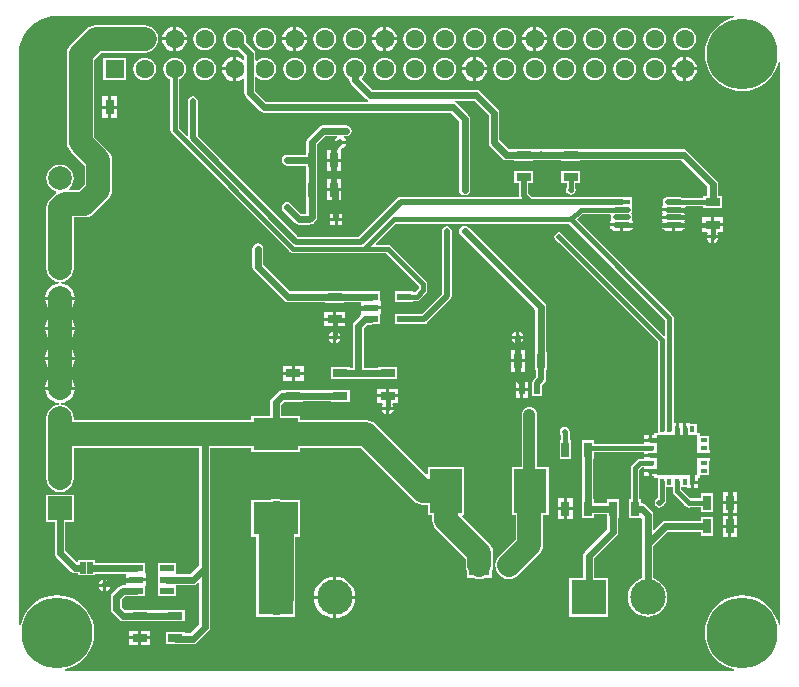
<source format=gtl>
G04*
G04 #@! TF.GenerationSoftware,Altium Limited,CircuitStudio,1.5.2 (30)*
G04*
G04 Layer_Physical_Order=1*
G04 Layer_Color=11767835*
%FSLAX25Y25*%
%MOIN*%
G70*
G01*
G75*
%ADD10R,0.05118X0.02756*%
%ADD11R,0.02756X0.05118*%
%ADD12R,0.13189X0.13189*%
%ADD13R,0.01575X0.02165*%
%ADD14R,0.02165X0.01575*%
%ADD15R,0.04803X0.02441*%
%ADD16R,0.04724X0.02362*%
%ADD17R,0.15000X0.11000*%
%ADD18R,0.01929X0.01772*%
%ADD19R,0.01969X0.03937*%
G04:AMPARAMS|DCode=20|XSize=57.09mil|YSize=17.72mil|CornerRadius=4.43mil|HoleSize=0mil|Usage=FLASHONLY|Rotation=0.000|XOffset=0mil|YOffset=0mil|HoleType=Round|Shape=RoundedRectangle|*
%AMROUNDEDRECTD20*
21,1,0.05709,0.00886,0,0,0.0*
21,1,0.04823,0.01772,0,0,0.0*
1,1,0.00886,0.02411,-0.00443*
1,1,0.00886,-0.02411,-0.00443*
1,1,0.00886,-0.02411,0.00443*
1,1,0.00886,0.02411,0.00443*
%
%ADD20ROUNDEDRECTD20*%
%ADD21R,0.05709X0.01772*%
%ADD22R,0.11000X0.15000*%
%ADD23R,0.01969X0.03150*%
%ADD24C,0.02362*%
%ADD25C,0.01575*%
%ADD26C,0.01969*%
%ADD27C,0.07874*%
%ADD28C,0.02000*%
%ADD29C,0.03937*%
%ADD30C,0.11811*%
%ADD31C,0.02362*%
%ADD32C,0.11811*%
%ADD33R,0.11811X0.11811*%
%ADD34C,0.07874*%
%ADD35R,0.07874X0.07874*%
%ADD36C,0.23622*%
%ADD37C,0.06299*%
%ADD38R,0.06299X0.06299*%
%ADD39R,0.07087X0.07087*%
%ADD40C,0.07087*%
%ADD41C,0.01969*%
G36*
X557603Y787851D02*
X556279Y787533D01*
X554474Y786785D01*
X552808Y785765D01*
X551323Y784496D01*
X550054Y783010D01*
X549033Y781345D01*
X548286Y779540D01*
X547830Y777640D01*
X547677Y775693D01*
X547830Y773745D01*
X548286Y771846D01*
X549033Y770041D01*
X550054Y768375D01*
X551323Y766890D01*
X552808Y765621D01*
X554474Y764600D01*
X556279Y763853D01*
X558179Y763397D01*
X560126Y763243D01*
X562074Y763397D01*
X563973Y763853D01*
X565778Y764600D01*
X567444Y765621D01*
X568929Y766890D01*
X570198Y768375D01*
X571218Y770041D01*
X571966Y771846D01*
X572284Y773170D01*
X572784Y773111D01*
Y585362D01*
X572284Y585302D01*
X571966Y586627D01*
X571218Y588431D01*
X570198Y590097D01*
X568929Y591583D01*
X567444Y592851D01*
X565778Y593872D01*
X563973Y594620D01*
X562074Y595076D01*
X560126Y595229D01*
X558179Y595076D01*
X556279Y594620D01*
X554474Y593872D01*
X552808Y592851D01*
X551323Y591583D01*
X550054Y590097D01*
X549033Y588431D01*
X548286Y586627D01*
X547830Y584727D01*
X547677Y582780D01*
X547830Y580832D01*
X548286Y578932D01*
X549033Y577128D01*
X550054Y575462D01*
X551323Y573977D01*
X552808Y572708D01*
X554474Y571687D01*
X556279Y570939D01*
X557603Y570622D01*
X557544Y570122D01*
X334362D01*
X334302Y570622D01*
X335627Y570939D01*
X337431Y571687D01*
X339097Y572708D01*
X340583Y573977D01*
X341851Y575462D01*
X342872Y577128D01*
X343620Y578932D01*
X344076Y580832D01*
X344229Y582780D01*
X344076Y584727D01*
X343620Y586627D01*
X342872Y588431D01*
X341851Y590097D01*
X340583Y591583D01*
X339097Y592851D01*
X337431Y593872D01*
X335627Y594620D01*
X333727Y595076D01*
X331780Y595229D01*
X329832Y595076D01*
X327933Y594620D01*
X326128Y593872D01*
X324462Y592851D01*
X322976Y591583D01*
X321708Y590097D01*
X320687Y588431D01*
X319939Y586627D01*
X319621Y585302D01*
X319122Y585362D01*
Y775693D01*
X319114Y775731D01*
X319267Y777675D01*
X319731Y779608D01*
X320492Y781444D01*
X321530Y783139D01*
X322821Y784651D01*
X324333Y785942D01*
X326028Y786981D01*
X327865Y787741D01*
X329798Y788205D01*
X331291Y788323D01*
X331780Y788351D01*
Y788351D01*
X331780Y788351D01*
X557544D01*
X557603Y787851D01*
D02*
G37*
%LPC*%
G36*
X439866Y690547D02*
X436504D01*
X433142D01*
Y688866D01*
X433142Y688866D01*
X432921Y688458D01*
X430889Y686426D01*
X430496Y685837D01*
X430357Y685142D01*
Y671013D01*
X429427D01*
Y671175D01*
X423109D01*
Y667219D01*
X429427D01*
Y667381D01*
X438857D01*
Y667219D01*
X445175D01*
Y671175D01*
X438857D01*
Y671013D01*
X433989D01*
Y684389D01*
X435091Y685491D01*
X436504D01*
X436679Y685526D01*
X439466D01*
Y688866D01*
X439866D01*
Y690547D01*
D02*
G37*
G36*
X485020Y676890D02*
X483142D01*
Y673831D01*
X485020D01*
Y676890D01*
D02*
G37*
G36*
Y672831D02*
X483142D01*
Y669772D01*
X485020D01*
Y672831D01*
D02*
G37*
G36*
X487898D02*
X486020D01*
Y669772D01*
X487898D01*
Y672831D01*
D02*
G37*
G36*
Y676890D02*
X486020D01*
Y673831D01*
X487898D01*
Y676890D01*
D02*
G37*
G36*
X423799Y680705D02*
X422376D01*
X422430Y680431D01*
X422869Y679774D01*
X423525Y679336D01*
X423799Y679281D01*
Y680705D01*
D02*
G37*
G36*
X426223D02*
X424799D01*
Y679281D01*
X425073Y679336D01*
X425730Y679774D01*
X426168Y680431D01*
X426223Y680705D01*
D02*
G37*
G36*
X484823D02*
X483399D01*
X483454Y680431D01*
X483892Y679774D01*
X484549Y679336D01*
X484823Y679281D01*
Y680705D01*
D02*
G37*
G36*
X337678Y683736D02*
X332764D01*
X327850D01*
X327954Y682947D01*
X328451Y681746D01*
X329243Y680715D01*
X330274Y679924D01*
X331280Y679507D01*
Y678966D01*
X330274Y678549D01*
X329243Y677757D01*
X328451Y676726D01*
X327954Y675525D01*
X327850Y674736D01*
X332764D01*
X337678D01*
X337574Y675525D01*
X337076Y676726D01*
X336285Y677757D01*
X335254Y678549D01*
X334247Y678966D01*
Y679507D01*
X335254Y679924D01*
X336285Y680715D01*
X337076Y681746D01*
X337574Y682947D01*
X337678Y683736D01*
D02*
G37*
G36*
X414079Y671575D02*
X411020D01*
Y669697D01*
X414079D01*
Y671575D01*
D02*
G37*
G36*
X445575Y664094D02*
X442516D01*
Y662217D01*
X445575D01*
Y664094D01*
D02*
G37*
G36*
X486201Y666260D02*
X484717D01*
Y664185D01*
X486201D01*
Y666260D01*
D02*
G37*
G36*
X467606Y718454D02*
X466911Y718316D01*
X466322Y717922D01*
X465929Y717333D01*
X465790Y716638D01*
X465929Y715943D01*
X466322Y715354D01*
X491184Y690492D01*
Y681402D01*
Y676490D01*
X491022D01*
Y670172D01*
X491582D01*
Y668094D01*
X490677Y667189D01*
X490327Y666665D01*
X490204Y666047D01*
Y663685D01*
X490235Y663529D01*
Y661510D01*
X493403D01*
Y663529D01*
X493434Y663685D01*
Y665378D01*
X494339Y666283D01*
X494689Y666807D01*
X494812Y667425D01*
Y670172D01*
X494978D01*
Y672958D01*
X495013Y673134D01*
X494978Y673309D01*
Y676490D01*
X494816D01*
Y681402D01*
Y691244D01*
X494678Y691939D01*
X494284Y692528D01*
X468890Y717922D01*
X468301Y718316D01*
X467606Y718454D01*
D02*
G37*
G36*
X441516Y664094D02*
X438457D01*
Y662217D01*
X441516D01*
Y664094D01*
D02*
G37*
G36*
X488685Y666260D02*
X487201D01*
Y664185D01*
X488685D01*
Y666260D01*
D02*
G37*
G36*
X414079Y668697D02*
X411020D01*
Y666819D01*
X414079D01*
Y668697D01*
D02*
G37*
G36*
X410020Y671575D02*
X406961D01*
Y669697D01*
X410020D01*
Y671575D01*
D02*
G37*
G36*
X337678Y673736D02*
X332764D01*
X327850D01*
X327954Y672947D01*
X328451Y671746D01*
X329243Y670715D01*
X330274Y669924D01*
X331280Y669507D01*
Y668966D01*
X330274Y668549D01*
X329243Y667757D01*
X328451Y666726D01*
X327954Y665525D01*
X327850Y664736D01*
X332764D01*
X337678D01*
X337574Y665525D01*
X337076Y666726D01*
X336285Y667757D01*
X335254Y668549D01*
X334247Y668966D01*
Y669507D01*
X335254Y669924D01*
X336285Y670715D01*
X337076Y671746D01*
X337574Y672947D01*
X337678Y673736D01*
D02*
G37*
G36*
X410020Y668697D02*
X406961D01*
Y666819D01*
X410020D01*
Y668697D01*
D02*
G37*
G36*
X549784Y714169D02*
X548360D01*
X548414Y713895D01*
X548853Y713239D01*
X549509Y712800D01*
X549784Y712746D01*
Y714169D01*
D02*
G37*
G36*
X552207D02*
X550783D01*
Y712746D01*
X551058Y712800D01*
X551714Y713239D01*
X552153Y713895D01*
X552207Y714169D01*
D02*
G37*
G36*
X461701Y718269D02*
X461076Y718145D01*
X460547Y717791D01*
X460194Y717262D01*
X460069Y716638D01*
Y695660D01*
X453348Y688938D01*
X450490D01*
Y689088D01*
X444565D01*
Y685526D01*
X450490D01*
Y685676D01*
X454024D01*
X454648Y685800D01*
X455177Y686154D01*
X462854Y693831D01*
X463208Y694360D01*
X463332Y694984D01*
Y716638D01*
X463208Y717262D01*
X462854Y717791D01*
X462325Y718145D01*
X461701Y718269D01*
D02*
G37*
G36*
X398709Y712548D02*
X398014Y712410D01*
X397425Y712016D01*
X397031Y711427D01*
X396893Y710732D01*
Y704827D01*
X397031Y704132D01*
X397425Y703543D01*
X407464Y693503D01*
X408053Y693110D01*
X408748Y692971D01*
X421140D01*
Y692809D01*
X427458D01*
Y692971D01*
X433142D01*
Y691547D01*
X436504D01*
X439866D01*
Y693228D01*
X439466D01*
Y696568D01*
X436679D01*
X436504Y696603D01*
X427458D01*
Y696765D01*
X421140D01*
Y696603D01*
X409500D01*
X400525Y705579D01*
Y710732D01*
X400386Y711427D01*
X399993Y712016D01*
X399404Y712410D01*
X398709Y712548D01*
D02*
G37*
G36*
X553842Y718303D02*
X550283D01*
X546724D01*
Y716425D01*
X548508D01*
X548736Y715925D01*
X548414Y715444D01*
X548360Y715169D01*
X552207D01*
X552153Y715444D01*
X551831Y715925D01*
X552059Y716425D01*
X553842D01*
Y718303D01*
D02*
G37*
G36*
X536791Y718205D02*
X533420D01*
X533521Y717699D01*
X533840Y717221D01*
X534317Y716903D01*
X534880Y716791D01*
X536791D01*
Y718205D01*
D02*
G37*
G36*
X541163D02*
X537791D01*
Y716791D01*
X539703D01*
X540266Y716903D01*
X540743Y717221D01*
X541062Y717699D01*
X541163Y718205D01*
D02*
G37*
G36*
X519468D02*
X516097D01*
X516198Y717699D01*
X516517Y717221D01*
X516994Y716903D01*
X517557Y716791D01*
X519468D01*
Y718205D01*
D02*
G37*
G36*
X523840D02*
X520469D01*
Y716791D01*
X522380D01*
X522943Y716903D01*
X523420Y717221D01*
X523739Y717699D01*
X523840Y718205D01*
D02*
G37*
G36*
X427858Y689685D02*
X424799D01*
Y687807D01*
X427858D01*
Y689685D01*
D02*
G37*
G36*
X424799Y683128D02*
Y681705D01*
X426223D01*
X426168Y681979D01*
X425730Y682635D01*
X425073Y683074D01*
X424799Y683128D01*
D02*
G37*
G36*
X484823D02*
X484549Y683074D01*
X483892Y682635D01*
X483454Y681979D01*
X483399Y681705D01*
X484823D01*
Y683128D01*
D02*
G37*
G36*
X487247Y680705D02*
X485823D01*
Y679281D01*
X486097Y679336D01*
X486753Y679774D01*
X487192Y680431D01*
X487247Y680705D01*
D02*
G37*
G36*
X423799Y683128D02*
X423525Y683074D01*
X422869Y682635D01*
X422430Y681979D01*
X422376Y681705D01*
X423799D01*
Y683128D01*
D02*
G37*
G36*
X485823D02*
Y681705D01*
X487247D01*
X487192Y681979D01*
X486753Y682635D01*
X486097Y683074D01*
X485823Y683128D01*
D02*
G37*
G36*
X427858Y686807D02*
X424799D01*
Y684929D01*
X427858D01*
Y686807D01*
D02*
G37*
G36*
X423799Y689685D02*
X420740D01*
Y687807D01*
X423799D01*
Y689685D01*
D02*
G37*
G36*
X337678Y693736D02*
X332764D01*
X327850D01*
X327954Y692947D01*
X328451Y691746D01*
X329243Y690715D01*
X330274Y689924D01*
X331280Y689507D01*
Y688966D01*
X330274Y688549D01*
X329243Y687757D01*
X328451Y686726D01*
X327954Y685525D01*
X327850Y684736D01*
X332764D01*
X337678D01*
X337574Y685525D01*
X337076Y686726D01*
X336285Y687757D01*
X335254Y688549D01*
X334247Y688966D01*
Y689507D01*
X335254Y689924D01*
X336285Y690715D01*
X337076Y691746D01*
X337574Y692947D01*
X337678Y693736D01*
D02*
G37*
G36*
X423799Y686807D02*
X420740D01*
Y684929D01*
X423799D01*
Y686807D01*
D02*
G37*
G36*
X347028Y600451D02*
X346753Y600397D01*
X346097Y599958D01*
X345658Y599302D01*
X345604Y599028D01*
X347028D01*
Y600451D01*
D02*
G37*
G36*
X348028D02*
Y599028D01*
X349451D01*
X349397Y599302D01*
X348958Y599958D01*
X348302Y600397D01*
X348028Y600451D01*
D02*
G37*
G36*
X347028Y598028D02*
X345604D01*
X345658Y597753D01*
X346097Y597097D01*
X346753Y596658D01*
X347028Y596604D01*
Y598028D01*
D02*
G37*
G36*
X349451D02*
X348028D01*
Y596604D01*
X348302Y596658D01*
X348958Y597097D01*
X349397Y597753D01*
X349451Y598028D01*
D02*
G37*
G36*
X489260Y658008D02*
X488589Y657920D01*
X487964Y657661D01*
X487875Y657592D01*
X487676D01*
Y657439D01*
X487428Y657249D01*
X487016Y656713D01*
X486757Y656088D01*
X486669Y655417D01*
Y638123D01*
X483429D01*
Y621923D01*
X484684D01*
Y614006D01*
X479134Y608456D01*
X478407Y607509D01*
X477950Y606405D01*
X477794Y605221D01*
X477950Y604036D01*
X478407Y602932D01*
X479134Y601985D01*
X480082Y601257D01*
X481186Y600800D01*
X482370Y600644D01*
X483555Y600800D01*
X484658Y601257D01*
X485606Y601985D01*
X492496Y608874D01*
X493223Y609822D01*
X493680Y610926D01*
X493836Y612110D01*
Y621923D01*
X495630D01*
Y638123D01*
X491851D01*
Y655417D01*
X491762Y656088D01*
X491503Y656713D01*
X491092Y657249D01*
X490844Y657439D01*
Y657592D01*
X490645D01*
X490555Y657661D01*
X489930Y657920D01*
X489260Y658008D01*
D02*
G37*
G36*
X558370Y617713D02*
X556492D01*
Y614653D01*
X558370D01*
Y617713D01*
D02*
G37*
G36*
X555492Y621772D02*
X553614D01*
Y618713D01*
X555492D01*
Y621772D01*
D02*
G37*
G36*
X337301Y628773D02*
X328227D01*
Y619699D01*
X330948D01*
Y609354D01*
X331086Y608659D01*
X331480Y608070D01*
X336401Y603149D01*
X336990Y602755D01*
X337685Y602617D01*
X338857D01*
Y601865D01*
X344387D01*
Y602420D01*
X354716D01*
Y600996D01*
X361520D01*
Y602716D01*
X361120D01*
Y606057D01*
X355117D01*
Y606052D01*
X344387D01*
Y607002D01*
X338857D01*
Y606444D01*
X338357Y606330D01*
X334580Y610107D01*
Y619699D01*
X337301D01*
Y628773D01*
D02*
G37*
G36*
X555492Y617713D02*
X553614D01*
Y614653D01*
X555492D01*
Y617713D01*
D02*
G37*
G36*
X424799Y601480D02*
Y595090D01*
X431189D01*
X431105Y595944D01*
X430710Y597246D01*
X430069Y598446D01*
X429206Y599497D01*
X428154Y600360D01*
X426955Y601001D01*
X425653Y601396D01*
X424799Y601480D01*
D02*
G37*
G36*
X358839Y583386D02*
X355780D01*
Y581508D01*
X358839D01*
Y583386D01*
D02*
G37*
G36*
X362898D02*
X359839D01*
Y581508D01*
X362898D01*
Y583386D01*
D02*
G37*
G36*
X358839Y580508D02*
X355780D01*
Y578630D01*
X358839D01*
Y580508D01*
D02*
G37*
G36*
X362898D02*
X359839D01*
Y578630D01*
X362898D01*
Y580508D01*
D02*
G37*
G36*
X423799Y594091D02*
X417410D01*
X417494Y593237D01*
X417888Y591935D01*
X418530Y590735D01*
X419393Y589684D01*
X420444Y588821D01*
X421644Y588180D01*
X422945Y587785D01*
X423799Y587701D01*
Y594091D01*
D02*
G37*
G36*
X361520Y599996D02*
X354716D01*
Y598572D01*
X353630D01*
X352935Y598434D01*
X352346Y598040D01*
X350181Y595875D01*
X349787Y595286D01*
X349649Y594591D01*
Y590654D01*
X349787Y589959D01*
X350181Y589369D01*
X352346Y587204D01*
X352935Y586810D01*
X353630Y586672D01*
X356179D01*
Y586510D01*
X362498D01*
Y586672D01*
X367991D01*
Y586510D01*
X374309D01*
Y590466D01*
X367991D01*
Y590304D01*
X362498D01*
Y590466D01*
X356179D01*
Y590304D01*
X354382D01*
X353281Y591406D01*
Y593838D01*
X354382Y594940D01*
X355117D01*
Y594935D01*
X361120D01*
Y598276D01*
X361520D01*
Y599996D01*
D02*
G37*
G36*
X423799Y601480D02*
X422945Y601396D01*
X421644Y601001D01*
X420444Y600360D01*
X419393Y599497D01*
X418530Y598446D01*
X417888Y597246D01*
X417494Y595944D01*
X417410Y595090D01*
X423799D01*
Y601480D01*
D02*
G37*
G36*
X431189Y594091D02*
X424799D01*
Y587701D01*
X425653Y587785D01*
X426955Y588180D01*
X428154Y588821D01*
X429206Y589684D01*
X430069Y590735D01*
X430710Y591935D01*
X431105Y593237D01*
X431189Y594091D01*
D02*
G37*
G36*
X404614Y627432D02*
X403339Y627307D01*
X402313Y626996D01*
X396514D01*
Y614796D01*
X398077D01*
Y594591D01*
X398109Y594271D01*
Y588085D01*
X404295D01*
X404614Y588054D01*
X404934Y588085D01*
X411120D01*
Y594271D01*
X411151Y594591D01*
Y614796D01*
X412714D01*
Y626996D01*
X406915D01*
X405890Y627307D01*
X404614Y627432D01*
D02*
G37*
G36*
X529114Y648740D02*
X527531D01*
Y647453D01*
X529114D01*
Y648740D01*
D02*
G37*
G36*
X441516Y657083D02*
X440092D01*
X440147Y656809D01*
X440585Y656152D01*
X441242Y655714D01*
X441516Y655659D01*
Y657083D01*
D02*
G37*
G36*
X529114Y636216D02*
X527531D01*
Y634929D01*
X529114D01*
Y636216D01*
D02*
G37*
G36*
X501071Y651324D02*
X500453Y651201D01*
X499929Y650851D01*
X499579Y650327D01*
X499456Y649709D01*
X499579Y649090D01*
X499853Y648680D01*
Y646962D01*
X499290D01*
Y640644D01*
X503246D01*
Y646962D01*
X502682D01*
Y649512D01*
X502665Y649601D01*
X502686Y649709D01*
X502563Y650327D01*
X502213Y650851D01*
X501689Y651201D01*
X501071Y651324D01*
D02*
G37*
G36*
X443939Y657083D02*
X442516D01*
Y655659D01*
X442790Y655714D01*
X443446Y656152D01*
X443885Y656809D01*
X443939Y657083D01*
D02*
G37*
G36*
X486201Y663185D02*
X484717D01*
Y661110D01*
X486201D01*
Y663185D01*
D02*
G37*
G36*
X488685D02*
X487201D01*
Y661110D01*
X488685D01*
Y663185D01*
D02*
G37*
G36*
X445575Y661216D02*
X442016D01*
X438457D01*
Y659339D01*
X440241D01*
X440469Y658839D01*
X440147Y658357D01*
X440092Y658083D01*
X443939D01*
X443885Y658357D01*
X443563Y658839D01*
X443791Y659339D01*
X445575D01*
Y661216D01*
D02*
G37*
G36*
X337678Y663736D02*
X332764D01*
X327850D01*
X327954Y662947D01*
X328451Y661746D01*
X329243Y660715D01*
X330274Y659924D01*
X331475Y659426D01*
X332494Y659292D01*
Y659292D01*
X332536Y658811D01*
Y658795D01*
Y658787D01*
Y658783D01*
Y658782D01*
X332494Y658777D01*
X332494D01*
X331579Y658657D01*
X330476Y658199D01*
X329528Y657472D01*
X328801Y656524D01*
X328344Y655421D01*
X328188Y654236D01*
Y649709D01*
Y644236D01*
Y634236D01*
X328344Y633052D01*
X328801Y631948D01*
X329528Y631000D01*
X330476Y630273D01*
X331579Y629816D01*
X332764Y629660D01*
X333948Y629816D01*
X335052Y630273D01*
X336000Y631000D01*
X336727Y631948D01*
X337184Y633052D01*
X337340Y634236D01*
Y644236D01*
Y644418D01*
X379176D01*
Y605185D01*
X376303Y602312D01*
X371892D01*
X371435Y602416D01*
X371435Y602816D01*
Y606057D01*
X365431D01*
Y602816D01*
X365431Y602416D01*
Y602366D01*
Y602317D01*
X365431Y601916D01*
Y599076D01*
X365431Y598676D01*
Y598626D01*
Y598576D01*
X365431Y598176D01*
Y594935D01*
X371435D01*
Y598176D01*
X371435Y598576D01*
X371892Y598680D01*
X377055D01*
X377750Y598818D01*
X378339Y599212D01*
X378714Y599587D01*
X379176Y599396D01*
Y585500D01*
X376303Y582627D01*
X374309D01*
Y582986D01*
X367991D01*
Y579030D01*
X371171D01*
X371346Y578995D01*
X377055D01*
X377750Y579133D01*
X378339Y579527D01*
X382276Y583464D01*
X382670Y584053D01*
X382808Y584748D01*
Y604433D01*
Y644418D01*
X396514D01*
Y642894D01*
X412714D01*
Y644418D01*
X432961D01*
X450591Y626788D01*
X451539Y626060D01*
X452643Y625603D01*
X453827Y625447D01*
X455331D01*
Y621923D01*
X456855D01*
Y620451D01*
X457011Y619266D01*
X457468Y618163D01*
X458195Y617215D01*
X467951Y607459D01*
Y605221D01*
X468107Y604036D01*
X468384Y603368D01*
Y601077D01*
X470675D01*
X471343Y600800D01*
X472528Y600644D01*
X473712Y600800D01*
X474380Y601077D01*
X476671D01*
Y603368D01*
X476948Y604036D01*
X477104Y605221D01*
Y609354D01*
X476948Y610539D01*
X476491Y611642D01*
X475763Y612590D01*
X466892Y621461D01*
X467084Y621923D01*
X467531D01*
Y638123D01*
X455331D01*
Y635644D01*
X454869Y635453D01*
X438092Y652230D01*
X437144Y652957D01*
X436041Y653414D01*
X434856Y653570D01*
X412714D01*
Y655094D01*
X406430D01*
Y658799D01*
X407370Y659739D01*
X413679D01*
Y659901D01*
X423109D01*
Y659739D01*
X429427D01*
Y663694D01*
X423109D01*
Y663532D01*
X413679D01*
Y663694D01*
X407361D01*
Y663532D01*
X406779D01*
X406085Y663394D01*
X405495Y663001D01*
X403330Y660835D01*
X402936Y660246D01*
X402798Y659551D01*
Y655094D01*
X396514D01*
Y653570D01*
X337340D01*
Y654236D01*
X337184Y655421D01*
X336727Y656524D01*
X336000Y657472D01*
X335052Y658199D01*
X333948Y658657D01*
X333033Y658777D01*
X333033D01*
X332992Y658782D01*
Y658783D01*
Y658787D01*
Y658795D01*
Y658811D01*
X333033Y659292D01*
X333033D01*
X333033Y659292D01*
X334053Y659426D01*
X335254Y659924D01*
X336285Y660715D01*
X337076Y661746D01*
X337574Y662947D01*
X337678Y663736D01*
D02*
G37*
G36*
X545378Y632476D02*
X544091D01*
Y630894D01*
X545378D01*
Y632476D01*
D02*
G37*
G36*
X503646Y623618D02*
X501768D01*
Y620559D01*
X503646D01*
Y623618D01*
D02*
G37*
G36*
X555492Y625587D02*
X553614D01*
Y622528D01*
X555492D01*
Y625587D01*
D02*
G37*
G36*
X558370Y621772D02*
X556492D01*
Y618713D01*
X558370D01*
Y621772D01*
D02*
G37*
G36*
X500768Y623618D02*
X498890D01*
Y620559D01*
X500768D01*
Y623618D01*
D02*
G37*
G36*
X558370Y625587D02*
X556492D01*
Y622528D01*
X558370D01*
Y625587D01*
D02*
G37*
G36*
X555492Y629646D02*
X553614D01*
Y626587D01*
X555492D01*
Y629646D01*
D02*
G37*
G36*
X558370D02*
X556492D01*
Y626587D01*
X558370D01*
Y629646D01*
D02*
G37*
G36*
X500768Y627677D02*
X498890D01*
Y624618D01*
X500768D01*
Y627677D01*
D02*
G37*
G36*
X503646D02*
X501768D01*
Y624618D01*
X503646D01*
Y627677D01*
D02*
G37*
G36*
X424350Y720075D02*
X422886D01*
Y718689D01*
X424350D01*
Y720075D01*
D02*
G37*
G36*
X415072Y780193D02*
X411453D01*
Y776573D01*
X412036Y776650D01*
X413046Y777068D01*
X413912Y777733D01*
X414577Y778600D01*
X414996Y779610D01*
X415072Y780193D01*
D02*
G37*
G36*
X440453D02*
X436833D01*
X436910Y779610D01*
X437328Y778600D01*
X437993Y777733D01*
X438860Y777068D01*
X439869Y776650D01*
X440453Y776573D01*
Y780193D01*
D02*
G37*
G36*
X375072D02*
X371453D01*
Y776573D01*
X372036Y776650D01*
X373045Y777068D01*
X373912Y777733D01*
X374577Y778600D01*
X374996Y779610D01*
X375072Y780193D01*
D02*
G37*
G36*
X410453D02*
X406833D01*
X406910Y779610D01*
X407328Y778600D01*
X407993Y777733D01*
X408860Y777068D01*
X409869Y776650D01*
X410453Y776573D01*
Y780193D01*
D02*
G37*
G36*
X445072D02*
X441453D01*
Y776573D01*
X442036Y776650D01*
X443046Y777068D01*
X443912Y777733D01*
X444577Y778600D01*
X444996Y779610D01*
X445072Y780193D01*
D02*
G37*
G36*
X380953Y784475D02*
X379974Y784346D01*
X379062Y783968D01*
X378278Y783367D01*
X377677Y782584D01*
X377300Y781672D01*
X377171Y780693D01*
X377300Y779714D01*
X377677Y778802D01*
X378278Y778019D01*
X379062Y777418D01*
X379974Y777040D01*
X380953Y776911D01*
X381932Y777040D01*
X382844Y777418D01*
X383627Y778019D01*
X384228Y778802D01*
X384606Y779714D01*
X384735Y780693D01*
X384606Y781672D01*
X384228Y782584D01*
X383627Y783367D01*
X382844Y783968D01*
X381932Y784346D01*
X380953Y784475D01*
D02*
G37*
G36*
X400953D02*
X399974Y784346D01*
X399062Y783968D01*
X398278Y783367D01*
X397677Y782584D01*
X397300Y781672D01*
X397171Y780693D01*
X397300Y779714D01*
X397677Y778802D01*
X398278Y778019D01*
X399062Y777418D01*
X399974Y777040D01*
X400953Y776911D01*
X401932Y777040D01*
X402844Y777418D01*
X403627Y778019D01*
X404228Y778802D01*
X404606Y779714D01*
X404735Y780693D01*
X404606Y781672D01*
X404228Y782584D01*
X403627Y783367D01*
X402844Y783968D01*
X401932Y784346D01*
X400953Y784475D01*
D02*
G37*
G36*
X490453Y780193D02*
X486833D01*
X486910Y779610D01*
X487328Y778600D01*
X487993Y777733D01*
X488860Y777068D01*
X489869Y776650D01*
X490453Y776573D01*
Y780193D01*
D02*
G37*
G36*
X495072D02*
X491453D01*
Y776573D01*
X492036Y776650D01*
X493046Y777068D01*
X493912Y777733D01*
X494577Y778600D01*
X494996Y779610D01*
X495072Y780193D01*
D02*
G37*
G36*
X370453D02*
X366833D01*
X366910Y779610D01*
X367328Y778600D01*
X367993Y777733D01*
X368860Y777068D01*
X369869Y776650D01*
X370453Y776573D01*
Y780193D01*
D02*
G37*
G36*
X354702Y774442D02*
X347203D01*
Y766943D01*
X354702D01*
Y774442D01*
D02*
G37*
G36*
X390453Y774813D02*
X389869Y774736D01*
X388860Y774318D01*
X387993Y773652D01*
X387328Y772786D01*
X386910Y771776D01*
X386833Y771193D01*
X390453D01*
Y774813D01*
D02*
G37*
G36*
X520953Y774475D02*
X519974Y774346D01*
X519062Y773968D01*
X518279Y773367D01*
X517677Y772584D01*
X517300Y771672D01*
X517171Y770693D01*
X517300Y769714D01*
X517677Y768802D01*
X518279Y768019D01*
X519062Y767418D01*
X519974Y767040D01*
X520953Y766911D01*
X521932Y767040D01*
X522844Y767418D01*
X523627Y768019D01*
X524228Y768802D01*
X524606Y769714D01*
X524735Y770693D01*
X524606Y771672D01*
X524228Y772584D01*
X523627Y773367D01*
X522844Y773968D01*
X521932Y774346D01*
X520953Y774475D01*
D02*
G37*
G36*
X530953D02*
X529974Y774346D01*
X529062Y773968D01*
X528278Y773367D01*
X527677Y772584D01*
X527300Y771672D01*
X527171Y770693D01*
X527300Y769714D01*
X527677Y768802D01*
X528278Y768019D01*
X529062Y767418D01*
X529974Y767040D01*
X530953Y766911D01*
X531932Y767040D01*
X532844Y767418D01*
X533627Y768019D01*
X534228Y768802D01*
X534606Y769714D01*
X534735Y770693D01*
X534606Y771672D01*
X534228Y772584D01*
X533627Y773367D01*
X532844Y773968D01*
X531932Y774346D01*
X530953Y774475D01*
D02*
G37*
G36*
X470453Y774813D02*
X469870Y774736D01*
X468860Y774318D01*
X467993Y773652D01*
X467328Y772786D01*
X466910Y771776D01*
X466833Y771193D01*
X470453D01*
Y774813D01*
D02*
G37*
G36*
X541453D02*
Y771193D01*
X545072D01*
X544996Y771776D01*
X544577Y772786D01*
X543912Y773652D01*
X543046Y774318D01*
X542036Y774736D01*
X541453Y774813D01*
D02*
G37*
G36*
X390953Y784475D02*
X389974Y784346D01*
X389062Y783968D01*
X388279Y783367D01*
X387678Y782584D01*
X387300Y781672D01*
X387171Y780693D01*
X387300Y779714D01*
X387678Y778802D01*
X388279Y778019D01*
X389062Y777418D01*
X389974Y777040D01*
X390953Y776911D01*
X391932Y777040D01*
X392007Y777071D01*
X394206Y774871D01*
Y774057D01*
X393706Y773811D01*
X393045Y774318D01*
X392036Y774736D01*
X391453Y774813D01*
Y770693D01*
Y766573D01*
X392036Y766650D01*
X393045Y767068D01*
X393706Y767575D01*
X394206Y767329D01*
Y762632D01*
X394344Y761937D01*
X394738Y761347D01*
X399393Y756692D01*
X399982Y756299D01*
X400677Y756160D01*
X462917D01*
X465790Y753287D01*
Y730417D01*
X465929Y729722D01*
X466322Y729133D01*
X466911Y728740D01*
X467606Y728601D01*
X468301Y728740D01*
X468890Y729133D01*
X469284Y729722D01*
X469422Y730417D01*
Y754039D01*
X469284Y754734D01*
X468890Y755324D01*
X464953Y759261D01*
X464449Y759597D01*
X464492Y759991D01*
X464532Y760097D01*
X470791D01*
X475633Y755256D01*
Y746165D01*
X475771Y745470D01*
X476165Y744881D01*
X480299Y740747D01*
X480888Y740354D01*
X481583Y740215D01*
X484132D01*
Y740054D01*
X490450D01*
Y740215D01*
X499880D01*
Y740054D01*
X506198D01*
Y740215D01*
X539886D01*
X548467Y731634D01*
Y728261D01*
X547124D01*
Y727797D01*
X540126D01*
X540110Y727807D01*
X539703Y727888D01*
X534880D01*
X534473Y727807D01*
X534128Y727577D01*
X533897Y727232D01*
X533817Y726825D01*
Y725939D01*
X533897Y725532D01*
X533854Y725316D01*
X533840Y725306D01*
X533521Y724829D01*
X533420Y724323D01*
X541163D01*
X541134Y724467D01*
X541525Y724967D01*
X547124D01*
Y724305D01*
X553442D01*
Y728261D01*
X552099D01*
Y732386D01*
X551961Y733081D01*
X551568Y733670D01*
X541922Y743316D01*
X541333Y743709D01*
X540638Y743848D01*
X506198D01*
Y744009D01*
X499880D01*
Y743848D01*
X490450D01*
Y744009D01*
X484132D01*
Y743848D01*
X482335D01*
X479265Y746918D01*
Y756008D01*
X479127Y756703D01*
X478733Y757292D01*
X472827Y763198D01*
X472238Y763591D01*
X471543Y763729D01*
X436862D01*
X433299Y767293D01*
X433331Y767792D01*
X433627Y768019D01*
X434228Y768802D01*
X434606Y769714D01*
X434735Y770693D01*
X434606Y771672D01*
X434228Y772584D01*
X433627Y773367D01*
X432844Y773968D01*
X431932Y774346D01*
X430953Y774475D01*
X429974Y774346D01*
X429062Y773968D01*
X428278Y773367D01*
X427677Y772584D01*
X427300Y771672D01*
X427171Y770693D01*
X427300Y769714D01*
X427677Y768802D01*
X428278Y768019D01*
X429062Y767418D01*
X429137Y767387D01*
Y767071D01*
X429275Y766376D01*
X429669Y765787D01*
X434826Y760629D01*
X435330Y760292D01*
X435287Y759899D01*
X435247Y759792D01*
X401429D01*
X397838Y763384D01*
Y767858D01*
X398338Y767973D01*
X399062Y767418D01*
X399974Y767040D01*
X400953Y766911D01*
X401932Y767040D01*
X402844Y767418D01*
X403627Y768019D01*
X404228Y768802D01*
X404606Y769714D01*
X404735Y770693D01*
X404606Y771672D01*
X404228Y772584D01*
X403627Y773367D01*
X402844Y773968D01*
X401932Y774346D01*
X400953Y774475D01*
X399974Y774346D01*
X399062Y773968D01*
X398338Y773413D01*
X397838Y773528D01*
Y775624D01*
X397700Y776319D01*
X397306Y776908D01*
X394575Y779639D01*
X394606Y779714D01*
X394735Y780693D01*
X394606Y781672D01*
X394228Y782584D01*
X393627Y783367D01*
X392844Y783968D01*
X391932Y784346D01*
X390953Y784475D01*
D02*
G37*
G36*
X471453Y774813D02*
Y771193D01*
X475072D01*
X474996Y771776D01*
X474577Y772786D01*
X473912Y773652D01*
X473045Y774318D01*
X472036Y774736D01*
X471453Y774813D01*
D02*
G37*
G36*
X540453D02*
X539869Y774736D01*
X538860Y774318D01*
X537993Y773652D01*
X537328Y772786D01*
X536910Y771776D01*
X536833Y771193D01*
X540453D01*
Y774813D01*
D02*
G37*
G36*
X371453Y784812D02*
Y781193D01*
X375072D01*
X374996Y781776D01*
X374577Y782786D01*
X373912Y783652D01*
X373045Y784318D01*
X372036Y784736D01*
X371453Y784812D01*
D02*
G37*
G36*
X410453D02*
X409869Y784736D01*
X408860Y784318D01*
X407993Y783652D01*
X407328Y782786D01*
X406910Y781776D01*
X406833Y781193D01*
X410453D01*
Y784812D01*
D02*
G37*
G36*
X540953Y784475D02*
X539974Y784346D01*
X539062Y783968D01*
X538278Y783367D01*
X537677Y782584D01*
X537300Y781672D01*
X537171Y780693D01*
X537300Y779714D01*
X537677Y778802D01*
X538278Y778019D01*
X539062Y777418D01*
X539974Y777040D01*
X540953Y776911D01*
X541932Y777040D01*
X542844Y777418D01*
X543627Y778019D01*
X544228Y778802D01*
X544606Y779714D01*
X544735Y780693D01*
X544606Y781672D01*
X544228Y782584D01*
X543627Y783367D01*
X542844Y783968D01*
X541932Y784346D01*
X540953Y784475D01*
D02*
G37*
G36*
X370453Y784812D02*
X369869Y784736D01*
X368860Y784318D01*
X367993Y783652D01*
X367328Y782786D01*
X366910Y781776D01*
X366833Y781193D01*
X370453D01*
Y784812D01*
D02*
G37*
G36*
X411453D02*
Y781193D01*
X415072D01*
X414996Y781776D01*
X414577Y782786D01*
X413912Y783652D01*
X413046Y784318D01*
X412036Y784736D01*
X411453Y784812D01*
D02*
G37*
G36*
X490453D02*
X489869Y784736D01*
X488860Y784318D01*
X487993Y783652D01*
X487328Y782786D01*
X486910Y781776D01*
X486833Y781193D01*
X490453D01*
Y784812D01*
D02*
G37*
G36*
X491453D02*
Y781193D01*
X495072D01*
X494996Y781776D01*
X494577Y782786D01*
X493912Y783652D01*
X493046Y784318D01*
X492036Y784736D01*
X491453Y784812D01*
D02*
G37*
G36*
X440453D02*
X439869Y784736D01*
X438860Y784318D01*
X437993Y783652D01*
X437328Y782786D01*
X436910Y781776D01*
X436833Y781193D01*
X440453D01*
Y784812D01*
D02*
G37*
G36*
X441453D02*
Y781193D01*
X445072D01*
X444996Y781776D01*
X444577Y782786D01*
X443912Y783652D01*
X443046Y784318D01*
X442036Y784736D01*
X441453Y784812D01*
D02*
G37*
G36*
X530953Y784475D02*
X529974Y784346D01*
X529062Y783968D01*
X528278Y783367D01*
X527677Y782584D01*
X527300Y781672D01*
X527171Y780693D01*
X527300Y779714D01*
X527677Y778802D01*
X528278Y778019D01*
X529062Y777418D01*
X529974Y777040D01*
X530953Y776911D01*
X531932Y777040D01*
X532844Y777418D01*
X533627Y778019D01*
X534228Y778802D01*
X534606Y779714D01*
X534735Y780693D01*
X534606Y781672D01*
X534228Y782584D01*
X533627Y783367D01*
X532844Y783968D01*
X531932Y784346D01*
X530953Y784475D01*
D02*
G37*
G36*
X450953D02*
X449974Y784346D01*
X449062Y783968D01*
X448279Y783367D01*
X447678Y782584D01*
X447300Y781672D01*
X447171Y780693D01*
X447300Y779714D01*
X447678Y778802D01*
X448279Y778019D01*
X449062Y777418D01*
X449974Y777040D01*
X450953Y776911D01*
X451932Y777040D01*
X452844Y777418D01*
X453627Y778019D01*
X454228Y778802D01*
X454606Y779714D01*
X454735Y780693D01*
X454606Y781672D01*
X454228Y782584D01*
X453627Y783367D01*
X452844Y783968D01*
X451932Y784346D01*
X450953Y784475D01*
D02*
G37*
G36*
X460953D02*
X459974Y784346D01*
X459062Y783968D01*
X458279Y783367D01*
X457678Y782584D01*
X457300Y781672D01*
X457171Y780693D01*
X457300Y779714D01*
X457678Y778802D01*
X458279Y778019D01*
X459062Y777418D01*
X459974Y777040D01*
X460953Y776911D01*
X461932Y777040D01*
X462844Y777418D01*
X463627Y778019D01*
X464228Y778802D01*
X464606Y779714D01*
X464735Y780693D01*
X464606Y781672D01*
X464228Y782584D01*
X463627Y783367D01*
X462844Y783968D01*
X461932Y784346D01*
X460953Y784475D01*
D02*
G37*
G36*
X420953D02*
X419974Y784346D01*
X419062Y783968D01*
X418279Y783367D01*
X417677Y782584D01*
X417300Y781672D01*
X417171Y780693D01*
X417300Y779714D01*
X417677Y778802D01*
X418279Y778019D01*
X419062Y777418D01*
X419974Y777040D01*
X420953Y776911D01*
X421932Y777040D01*
X422844Y777418D01*
X423627Y778019D01*
X424228Y778802D01*
X424606Y779714D01*
X424735Y780693D01*
X424606Y781672D01*
X424228Y782584D01*
X423627Y783367D01*
X422844Y783968D01*
X421932Y784346D01*
X420953Y784475D01*
D02*
G37*
G36*
X430953D02*
X429974Y784346D01*
X429062Y783968D01*
X428278Y783367D01*
X427677Y782584D01*
X427300Y781672D01*
X427171Y780693D01*
X427300Y779714D01*
X427677Y778802D01*
X428278Y778019D01*
X429062Y777418D01*
X429974Y777040D01*
X430953Y776911D01*
X431932Y777040D01*
X432844Y777418D01*
X433627Y778019D01*
X434228Y778802D01*
X434606Y779714D01*
X434735Y780693D01*
X434606Y781672D01*
X434228Y782584D01*
X433627Y783367D01*
X432844Y783968D01*
X431932Y784346D01*
X430953Y784475D01*
D02*
G37*
G36*
X470953D02*
X469974Y784346D01*
X469062Y783968D01*
X468279Y783367D01*
X467677Y782584D01*
X467300Y781672D01*
X467171Y780693D01*
X467300Y779714D01*
X467677Y778802D01*
X468279Y778019D01*
X469062Y777418D01*
X469974Y777040D01*
X470953Y776911D01*
X471932Y777040D01*
X472844Y777418D01*
X473627Y778019D01*
X474228Y778802D01*
X474606Y779714D01*
X474735Y780693D01*
X474606Y781672D01*
X474228Y782584D01*
X473627Y783367D01*
X472844Y783968D01*
X471932Y784346D01*
X470953Y784475D01*
D02*
G37*
G36*
X510953D02*
X509974Y784346D01*
X509062Y783968D01*
X508279Y783367D01*
X507678Y782584D01*
X507300Y781672D01*
X507171Y780693D01*
X507300Y779714D01*
X507678Y778802D01*
X508279Y778019D01*
X509062Y777418D01*
X509974Y777040D01*
X510953Y776911D01*
X511932Y777040D01*
X512844Y777418D01*
X513627Y778019D01*
X514228Y778802D01*
X514606Y779714D01*
X514735Y780693D01*
X514606Y781672D01*
X514228Y782584D01*
X513627Y783367D01*
X512844Y783968D01*
X511932Y784346D01*
X510953Y784475D01*
D02*
G37*
G36*
X520953D02*
X519974Y784346D01*
X519062Y783968D01*
X518279Y783367D01*
X517677Y782584D01*
X517300Y781672D01*
X517171Y780693D01*
X517300Y779714D01*
X517677Y778802D01*
X518279Y778019D01*
X519062Y777418D01*
X519974Y777040D01*
X520953Y776911D01*
X521932Y777040D01*
X522844Y777418D01*
X523627Y778019D01*
X524228Y778802D01*
X524606Y779714D01*
X524735Y780693D01*
X524606Y781672D01*
X524228Y782584D01*
X523627Y783367D01*
X522844Y783968D01*
X521932Y784346D01*
X520953Y784475D01*
D02*
G37*
G36*
X480953D02*
X479974Y784346D01*
X479062Y783968D01*
X478278Y783367D01*
X477677Y782584D01*
X477300Y781672D01*
X477171Y780693D01*
X477300Y779714D01*
X477677Y778802D01*
X478278Y778019D01*
X479062Y777418D01*
X479974Y777040D01*
X480953Y776911D01*
X481932Y777040D01*
X482844Y777418D01*
X483627Y778019D01*
X484228Y778802D01*
X484606Y779714D01*
X484735Y780693D01*
X484606Y781672D01*
X484228Y782584D01*
X483627Y783367D01*
X482844Y783968D01*
X481932Y784346D01*
X480953Y784475D01*
D02*
G37*
G36*
X500953D02*
X499974Y784346D01*
X499062Y783968D01*
X498279Y783367D01*
X497678Y782584D01*
X497300Y781672D01*
X497171Y780693D01*
X497300Y779714D01*
X497678Y778802D01*
X498279Y778019D01*
X499062Y777418D01*
X499974Y777040D01*
X500953Y776911D01*
X501932Y777040D01*
X502844Y777418D01*
X503627Y778019D01*
X504228Y778802D01*
X504606Y779714D01*
X504735Y780693D01*
X504606Y781672D01*
X504228Y782584D01*
X503627Y783367D01*
X502844Y783968D01*
X501932Y784346D01*
X500953Y784475D01*
D02*
G37*
G36*
X510953Y774475D02*
X509974Y774346D01*
X509062Y773968D01*
X508279Y773367D01*
X507678Y772584D01*
X507300Y771672D01*
X507171Y770693D01*
X507300Y769714D01*
X507678Y768802D01*
X508279Y768019D01*
X509062Y767418D01*
X509974Y767040D01*
X510953Y766911D01*
X511932Y767040D01*
X512844Y767418D01*
X513627Y768019D01*
X514228Y768802D01*
X514606Y769714D01*
X514735Y770693D01*
X514606Y771672D01*
X514228Y772584D01*
X513627Y773367D01*
X512844Y773968D01*
X511932Y774346D01*
X510953Y774475D01*
D02*
G37*
G36*
X423602Y733976D02*
X421724D01*
Y730917D01*
X423602D01*
Y733976D01*
D02*
G37*
G36*
X426480D02*
X424602D01*
Y730917D01*
X426480D01*
Y733976D01*
D02*
G37*
G36*
X506198Y736529D02*
X499880D01*
Y732573D01*
X501625D01*
Y731152D01*
X501547Y731036D01*
X501424Y730417D01*
X501547Y729799D01*
X501897Y729275D01*
X502421Y728925D01*
X503039Y728802D01*
X503657Y728925D01*
X504181Y729275D01*
X504532Y729799D01*
X504655Y730417D01*
X504532Y731036D01*
X504454Y731152D01*
Y732573D01*
X506198D01*
Y736529D01*
D02*
G37*
G36*
X360953Y785269D02*
X344654D01*
X343469Y785113D01*
X342366Y784656D01*
X341418Y783929D01*
X336418Y778929D01*
X335690Y777981D01*
X335233Y776877D01*
X335077Y775693D01*
Y746165D01*
X335233Y744981D01*
X335690Y743877D01*
X336418Y742930D01*
X340983Y738364D01*
Y732313D01*
X339008Y730338D01*
X335915D01*
X335754Y730812D01*
X336000Y731000D01*
X336727Y731948D01*
X337184Y733052D01*
X337340Y734236D01*
X337184Y735421D01*
X336727Y736524D01*
X336000Y737472D01*
X335052Y738199D01*
X333948Y738657D01*
X332764Y738812D01*
X331579Y738657D01*
X330476Y738199D01*
X329528Y737472D01*
X328801Y736524D01*
X328344Y735421D01*
X328188Y734236D01*
X328344Y733052D01*
X328801Y731948D01*
X329528Y731000D01*
X330476Y730273D01*
X331397Y729891D01*
X331505Y729410D01*
X331491Y729333D01*
X331054Y728998D01*
X329528Y727472D01*
X328801Y726524D01*
X328344Y725421D01*
X328188Y724236D01*
Y714236D01*
Y704236D01*
X328344Y703052D01*
X328801Y701948D01*
X329528Y701000D01*
X330476Y700273D01*
X331579Y699816D01*
X332494Y699696D01*
Y699695D01*
X332536Y699215D01*
Y699198D01*
Y699190D01*
Y699186D01*
Y699186D01*
X332494Y699180D01*
X332494D01*
X331475Y699046D01*
X330274Y698549D01*
X329243Y697757D01*
X328451Y696726D01*
X327954Y695525D01*
X327850Y694736D01*
X332764D01*
X337678D01*
X337574Y695525D01*
X337076Y696726D01*
X336285Y697757D01*
X335254Y698549D01*
X334053Y699046D01*
X333033Y699180D01*
X333033D01*
X332992Y699186D01*
Y699186D01*
Y699190D01*
Y699198D01*
Y699215D01*
X333033Y699695D01*
X333033D01*
X333033Y699696D01*
X333948Y699816D01*
X335052Y700273D01*
X336000Y701000D01*
X336727Y701948D01*
X337184Y703052D01*
X337340Y704236D01*
Y714236D01*
Y721186D01*
X340904D01*
X342088Y721342D01*
X343192Y721799D01*
X344140Y722526D01*
X348795Y727181D01*
X349522Y728129D01*
X349979Y729233D01*
X350135Y730417D01*
Y740260D01*
X349979Y741444D01*
X349522Y742548D01*
X349206Y742959D01*
X348795Y743496D01*
X344230Y748061D01*
Y773797D01*
X346549Y776117D01*
X360953D01*
X362137Y776273D01*
X363241Y776730D01*
X364189Y777457D01*
X364916Y778405D01*
X365373Y779508D01*
X365529Y780693D01*
X365373Y781877D01*
X364916Y782981D01*
X364189Y783929D01*
X363241Y784656D01*
X362137Y785113D01*
X360953Y785269D01*
D02*
G37*
G36*
X423602Y739760D02*
X421724D01*
Y736701D01*
X423602D01*
Y739760D01*
D02*
G37*
G36*
X428191Y745665D02*
X424344D01*
X424399Y745391D01*
X424837Y744735D01*
X425460Y744319D01*
X425464Y744282D01*
X425168Y743819D01*
X424602D01*
Y740760D01*
X426480D01*
Y743675D01*
X426480Y743819D01*
X426699Y744228D01*
X426699Y744228D01*
X427042Y744296D01*
X427698Y744735D01*
X428137Y745391D01*
X428191Y745665D01*
D02*
G37*
G36*
X428236Y751918D02*
X420362D01*
X419667Y751780D01*
X419078Y751386D01*
X415338Y747646D01*
X414944Y747057D01*
X414806Y746362D01*
Y743419D01*
X414644D01*
Y742076D01*
X408551D01*
X407856Y741938D01*
X407267Y741544D01*
X406873Y740955D01*
X406735Y740260D01*
X406873Y739565D01*
X407267Y738976D01*
X407856Y738582D01*
X408551Y738444D01*
X414644D01*
Y737101D01*
X414806D01*
Y733576D01*
X414644D01*
Y727258D01*
X414806D01*
Y722391D01*
X413240D01*
X411804Y723827D01*
X411804Y723827D01*
X409835Y725796D01*
X409246Y726190D01*
X408551Y726328D01*
X407856Y726190D01*
X407267Y725796D01*
X406873Y725207D01*
X406735Y724512D01*
X406873Y723817D01*
X407267Y723228D01*
X409236Y721259D01*
X409236Y721259D01*
X411204Y719291D01*
X411793Y718897D01*
X412488Y718759D01*
X415874D01*
X416569Y718897D01*
X416856Y719089D01*
X417439D01*
Y719571D01*
X417906Y720039D01*
X418300Y720628D01*
X418438Y721323D01*
Y727258D01*
X418600D01*
Y733576D01*
X418438D01*
Y737101D01*
X418600D01*
Y743419D01*
X418438D01*
Y745610D01*
X421114Y748286D01*
X424970D01*
X425122Y747786D01*
X424837Y747596D01*
X424399Y746940D01*
X424344Y746665D01*
X428191D01*
X428137Y746940D01*
X427698Y747596D01*
X427413Y747786D01*
X427565Y748286D01*
X428236D01*
X428931Y748425D01*
X429520Y748818D01*
X429914Y749407D01*
X430052Y750102D01*
X429914Y750797D01*
X429520Y751386D01*
X428931Y751780D01*
X428236Y751918D01*
D02*
G37*
G36*
X426480Y739760D02*
X424602D01*
Y736701D01*
X426480D01*
Y739760D01*
D02*
G37*
G36*
X423602Y743819D02*
X421724D01*
Y740760D01*
X423602D01*
Y743819D01*
D02*
G37*
G36*
X426480Y729917D02*
X424602D01*
Y726858D01*
X426480D01*
Y729917D01*
D02*
G37*
G36*
X541163Y720764D02*
X533420D01*
X533521Y720258D01*
X533704Y719984D01*
X533521Y719711D01*
X533420Y719205D01*
X541163D01*
X541062Y719711D01*
X540879Y719984D01*
X541062Y720258D01*
X541163Y720764D01*
D02*
G37*
G36*
X549784Y721181D02*
X546724D01*
Y719303D01*
X549784D01*
Y721181D01*
D02*
G37*
G36*
X426815Y720075D02*
X425350D01*
Y718689D01*
X426815D01*
Y720075D01*
D02*
G37*
G36*
X370953Y774475D02*
X369974Y774346D01*
X369062Y773968D01*
X368279Y773367D01*
X367677Y772584D01*
X367300Y771672D01*
X367171Y770693D01*
X367300Y769714D01*
X367677Y768802D01*
X368279Y768019D01*
X369062Y767418D01*
X369538Y767220D01*
Y750299D01*
X369646Y749758D01*
X369953Y749299D01*
X409519Y709732D01*
X409978Y709425D01*
X410520Y709318D01*
X441430D01*
X452412Y698335D01*
Y697539D01*
X451076Y696202D01*
X450490D01*
Y696568D01*
X444565D01*
Y693006D01*
X450490D01*
Y693373D01*
X451661D01*
X452203Y693480D01*
X452662Y693787D01*
X454827Y695953D01*
X455134Y696411D01*
X455241Y696953D01*
Y698921D01*
X455134Y699463D01*
X454827Y699922D01*
X443016Y711732D01*
X442557Y712039D01*
X442016Y712147D01*
X438210D01*
X438019Y712609D01*
X444570Y719160D01*
X502305D01*
X502421Y719082D01*
X502559Y719055D01*
X534499Y687115D01*
Y681981D01*
X533999Y681773D01*
X500622Y715150D01*
X500595Y715287D01*
X500245Y715811D01*
X499720Y716162D01*
X499102Y716285D01*
X498484Y716162D01*
X497960Y715811D01*
X497610Y715287D01*
X497487Y714669D01*
X497610Y714051D01*
X497960Y713527D01*
X498484Y713177D01*
X498622Y713150D01*
X531940Y679831D01*
Y650693D01*
X531967Y650556D01*
Y649429D01*
X530878D01*
Y648740D01*
X530114D01*
Y646953D01*
X529614D01*
Y646453D01*
X527531D01*
Y645808D01*
X510726D01*
Y646962D01*
X506770D01*
Y640644D01*
X506932D01*
Y627277D01*
X506770D01*
Y620959D01*
X510726D01*
Y622302D01*
X515038D01*
Y620959D01*
X515200D01*
Y617193D01*
X507661Y609654D01*
X507267Y609065D01*
X507129Y608370D01*
Y601096D01*
X502439D01*
Y588085D01*
X515450D01*
Y601096D01*
X510761D01*
Y607618D01*
X518300Y615157D01*
X518693Y615746D01*
X518832Y616441D01*
Y620959D01*
X518994D01*
Y627277D01*
X515038D01*
Y625934D01*
X510726D01*
Y627277D01*
X510564D01*
Y640644D01*
X510726D01*
Y642979D01*
X527531D01*
Y642335D01*
X529614D01*
Y641335D01*
X527531D01*
Y640690D01*
X526071D01*
X525529Y640583D01*
X525071Y640276D01*
X523496Y638701D01*
X523189Y638242D01*
X523081Y637701D01*
Y627277D01*
X522518D01*
Y620959D01*
X526474D01*
X526814Y620600D01*
Y612307D01*
Y600838D01*
X526128Y600630D01*
X524998Y600026D01*
X524008Y599213D01*
X523195Y598222D01*
X522590Y597092D01*
X522219Y595866D01*
X522093Y594591D01*
X522219Y593315D01*
X522590Y592089D01*
X523195Y590959D01*
X524008Y589968D01*
X524998Y589155D01*
X526128Y588551D01*
X527355Y588179D01*
X528630Y588054D01*
X529905Y588179D01*
X531132Y588551D01*
X532262Y589155D01*
X533252Y589968D01*
X534065Y590959D01*
X534669Y592089D01*
X535041Y593315D01*
X535167Y594591D01*
X535041Y595866D01*
X534669Y597092D01*
X534065Y598222D01*
X533252Y599213D01*
X532262Y600026D01*
X531132Y600630D01*
X530446Y600838D01*
Y611555D01*
X535288Y616397D01*
X546534D01*
Y615054D01*
X550490D01*
Y621372D01*
X546534D01*
Y620029D01*
X534535D01*
X533841Y619890D01*
X533251Y619497D01*
X530908Y617153D01*
X530446Y617345D01*
Y622150D01*
X530308Y622845D01*
X529914Y623434D01*
X527946Y625402D01*
X527356Y625796D01*
X526661Y625934D01*
X526474D01*
Y627277D01*
X525911D01*
Y637115D01*
X526657Y637861D01*
X527531D01*
Y637217D01*
X529614D01*
Y636717D01*
X530114D01*
Y634929D01*
X530878D01*
Y634240D01*
X531967D01*
Y633113D01*
X531940Y632976D01*
Y627573D01*
X531425Y627229D01*
X531075Y626705D01*
X530952Y626087D01*
X531075Y625468D01*
X531425Y624944D01*
X531949Y624594D01*
X532567Y624471D01*
X533185Y624594D01*
X533709Y624944D01*
X534059Y625468D01*
X534087Y625606D01*
X534355Y625874D01*
X534661Y626333D01*
X534769Y626874D01*
Y631294D01*
X537058D01*
Y630024D01*
X537165Y629482D01*
X537472Y629023D01*
X540890Y625606D01*
X540917Y625468D01*
X541267Y624944D01*
X541791Y624594D01*
X542410Y624471D01*
X543028Y624594D01*
X543144Y624672D01*
X546534D01*
Y622928D01*
X550490D01*
Y629246D01*
X546534D01*
Y627501D01*
X543144D01*
X543028Y627579D01*
X542890Y627606D01*
X539887Y630610D01*
Y631294D01*
X541803D01*
Y630894D01*
X543091D01*
Y632976D01*
X543591D01*
Y633476D01*
X545378D01*
Y634240D01*
X546067D01*
Y635329D01*
X549013D01*
Y637888D01*
Y640047D01*
X549413D01*
Y641335D01*
X547331D01*
Y642335D01*
X549413D01*
Y643622D01*
X549013D01*
Y645565D01*
Y648340D01*
X546067D01*
Y649429D01*
X544978D01*
Y652376D01*
X542819D01*
Y652776D01*
X541532D01*
Y650693D01*
X540531D01*
Y652776D01*
X538972D01*
Y650693D01*
X537972D01*
Y652776D01*
X537328D01*
Y687701D01*
X537220Y688242D01*
X536914Y688701D01*
X505040Y720575D01*
X506873Y722408D01*
X516216D01*
X516534Y721908D01*
X516494Y721707D01*
Y720821D01*
X516575Y720414D01*
X516532Y720198D01*
X516517Y720188D01*
X516198Y719711D01*
X516097Y719205D01*
X523840D01*
X523739Y719711D01*
X523420Y720188D01*
X523405Y720198D01*
X523362Y720414D01*
X523443Y720821D01*
Y721707D01*
X523362Y722114D01*
X523331Y722160D01*
X523168Y722543D01*
X523331Y722927D01*
X523362Y722973D01*
X523443Y723380D01*
Y724266D01*
X523417Y724396D01*
X523423Y724896D01*
X523423Y724896D01*
X523423Y724896D01*
Y727868D01*
X520625D01*
X520593Y727889D01*
X519969Y728013D01*
X499516D01*
X499102Y728096D01*
X498688Y728013D01*
X490034D01*
X488923Y729124D01*
Y732573D01*
X490450D01*
Y736529D01*
X484132D01*
Y732573D01*
X485660D01*
Y728449D01*
X485670Y728400D01*
X485353Y728013D01*
X462115D01*
X461701Y728096D01*
X461287Y728013D01*
X446415D01*
X445791Y727889D01*
X445261Y727535D01*
X432477Y714751D01*
X412184D01*
X378686Y748249D01*
Y759945D01*
X378562Y760569D01*
X378209Y761098D01*
X377679Y761452D01*
X377055Y761576D01*
X376431Y761452D01*
X375902Y761098D01*
X375548Y760569D01*
X375424Y759945D01*
Y748482D01*
X374962Y748291D01*
X372367Y750885D01*
Y767220D01*
X372844Y767418D01*
X373627Y768019D01*
X374228Y768802D01*
X374606Y769714D01*
X374735Y770693D01*
X374606Y771672D01*
X374228Y772584D01*
X373627Y773367D01*
X372844Y773968D01*
X371932Y774346D01*
X370953Y774475D01*
D02*
G37*
G36*
X553842Y721181D02*
X550783D01*
Y719303D01*
X553842D01*
Y721181D01*
D02*
G37*
G36*
X541163Y723323D02*
X533420D01*
X533521Y722817D01*
X533704Y722543D01*
X533521Y722270D01*
X533420Y721764D01*
X541163D01*
X541062Y722270D01*
X540879Y722543D01*
X541062Y722817D01*
X541163Y723323D01*
D02*
G37*
G36*
X423602Y729917D02*
X421724D01*
Y726858D01*
X423602D01*
Y729917D01*
D02*
G37*
G36*
X424350Y722461D02*
X422886D01*
Y721075D01*
X424350D01*
Y722461D01*
D02*
G37*
G36*
X426815D02*
X425350D01*
Y721075D01*
X426815D01*
Y722461D01*
D02*
G37*
G36*
X420953Y774475D02*
X419974Y774346D01*
X419062Y773968D01*
X418279Y773367D01*
X417677Y772584D01*
X417300Y771672D01*
X417171Y770693D01*
X417300Y769714D01*
X417677Y768802D01*
X418279Y768019D01*
X419062Y767418D01*
X419974Y767040D01*
X420953Y766911D01*
X421932Y767040D01*
X422844Y767418D01*
X423627Y768019D01*
X424228Y768802D01*
X424606Y769714D01*
X424735Y770693D01*
X424606Y771672D01*
X424228Y772584D01*
X423627Y773367D01*
X422844Y773968D01*
X421932Y774346D01*
X420953Y774475D01*
D02*
G37*
G36*
X440953D02*
X439974Y774346D01*
X439062Y773968D01*
X438278Y773367D01*
X437677Y772584D01*
X437300Y771672D01*
X437171Y770693D01*
X437300Y769714D01*
X437677Y768802D01*
X438278Y768019D01*
X439062Y767418D01*
X439974Y767040D01*
X440953Y766911D01*
X441932Y767040D01*
X442844Y767418D01*
X443627Y768019D01*
X444228Y768802D01*
X444606Y769714D01*
X444735Y770693D01*
X444606Y771672D01*
X444228Y772584D01*
X443627Y773367D01*
X442844Y773968D01*
X441932Y774346D01*
X440953Y774475D01*
D02*
G37*
G36*
X380953D02*
X379974Y774346D01*
X379062Y773968D01*
X378278Y773367D01*
X377677Y772584D01*
X377300Y771672D01*
X377171Y770693D01*
X377300Y769714D01*
X377677Y768802D01*
X378278Y768019D01*
X379062Y767418D01*
X379974Y767040D01*
X380953Y766911D01*
X381932Y767040D01*
X382844Y767418D01*
X383627Y768019D01*
X384228Y768802D01*
X384606Y769714D01*
X384735Y770693D01*
X384606Y771672D01*
X384228Y772584D01*
X383627Y773367D01*
X382844Y773968D01*
X381932Y774346D01*
X380953Y774475D01*
D02*
G37*
G36*
X410953D02*
X409974Y774346D01*
X409062Y773968D01*
X408279Y773367D01*
X407678Y772584D01*
X407300Y771672D01*
X407171Y770693D01*
X407300Y769714D01*
X407678Y768802D01*
X408279Y768019D01*
X409062Y767418D01*
X409974Y767040D01*
X410953Y766911D01*
X411932Y767040D01*
X412844Y767418D01*
X413627Y768019D01*
X414228Y768802D01*
X414606Y769714D01*
X414735Y770693D01*
X414606Y771672D01*
X414228Y772584D01*
X413627Y773367D01*
X412844Y773968D01*
X411932Y774346D01*
X410953Y774475D01*
D02*
G37*
G36*
X450953D02*
X449974Y774346D01*
X449062Y773968D01*
X448279Y773367D01*
X447678Y772584D01*
X447300Y771672D01*
X447171Y770693D01*
X447300Y769714D01*
X447678Y768802D01*
X448279Y768019D01*
X449062Y767418D01*
X449974Y767040D01*
X450953Y766911D01*
X451932Y767040D01*
X452844Y767418D01*
X453627Y768019D01*
X454228Y768802D01*
X454606Y769714D01*
X454735Y770693D01*
X454606Y771672D01*
X454228Y772584D01*
X453627Y773367D01*
X452844Y773968D01*
X451932Y774346D01*
X450953Y774475D01*
D02*
G37*
G36*
X490953D02*
X489974Y774346D01*
X489062Y773968D01*
X488278Y773367D01*
X487677Y772584D01*
X487300Y771672D01*
X487171Y770693D01*
X487300Y769714D01*
X487677Y768802D01*
X488278Y768019D01*
X489062Y767418D01*
X489974Y767040D01*
X490953Y766911D01*
X491932Y767040D01*
X492844Y767418D01*
X493627Y768019D01*
X494228Y768802D01*
X494606Y769714D01*
X494735Y770693D01*
X494606Y771672D01*
X494228Y772584D01*
X493627Y773367D01*
X492844Y773968D01*
X491932Y774346D01*
X490953Y774475D01*
D02*
G37*
G36*
X500953D02*
X499974Y774346D01*
X499062Y773968D01*
X498279Y773367D01*
X497678Y772584D01*
X497300Y771672D01*
X497171Y770693D01*
X497300Y769714D01*
X497678Y768802D01*
X498279Y768019D01*
X499062Y767418D01*
X499974Y767040D01*
X500953Y766911D01*
X501932Y767040D01*
X502844Y767418D01*
X503627Y768019D01*
X504228Y768802D01*
X504606Y769714D01*
X504735Y770693D01*
X504606Y771672D01*
X504228Y772584D01*
X503627Y773367D01*
X502844Y773968D01*
X501932Y774346D01*
X500953Y774475D01*
D02*
G37*
G36*
X460953D02*
X459974Y774346D01*
X459062Y773968D01*
X458279Y773367D01*
X457678Y772584D01*
X457300Y771672D01*
X457171Y770693D01*
X457300Y769714D01*
X457678Y768802D01*
X458279Y768019D01*
X459062Y767418D01*
X459974Y767040D01*
X460953Y766911D01*
X461932Y767040D01*
X462844Y767418D01*
X463627Y768019D01*
X464228Y768802D01*
X464606Y769714D01*
X464735Y770693D01*
X464606Y771672D01*
X464228Y772584D01*
X463627Y773367D01*
X462844Y773968D01*
X461932Y774346D01*
X460953Y774475D01*
D02*
G37*
G36*
X480953D02*
X479974Y774346D01*
X479062Y773968D01*
X478278Y773367D01*
X477677Y772584D01*
X477300Y771672D01*
X477171Y770693D01*
X477300Y769714D01*
X477677Y768802D01*
X478278Y768019D01*
X479062Y767418D01*
X479974Y767040D01*
X480953Y766911D01*
X481932Y767040D01*
X482844Y767418D01*
X483627Y768019D01*
X484228Y768802D01*
X484606Y769714D01*
X484735Y770693D01*
X484606Y771672D01*
X484228Y772584D01*
X483627Y773367D01*
X482844Y773968D01*
X481932Y774346D01*
X480953Y774475D01*
D02*
G37*
G36*
X360953D02*
X359974Y774346D01*
X359062Y773968D01*
X358278Y773367D01*
X357678Y772584D01*
X357300Y771672D01*
X357171Y770693D01*
X357300Y769714D01*
X357678Y768802D01*
X358278Y768019D01*
X359062Y767418D01*
X359974Y767040D01*
X360953Y766911D01*
X361932Y767040D01*
X362844Y767418D01*
X363627Y768019D01*
X364228Y768802D01*
X364606Y769714D01*
X364735Y770693D01*
X364606Y771672D01*
X364228Y772584D01*
X363627Y773367D01*
X362844Y773968D01*
X361932Y774346D01*
X360953Y774475D01*
D02*
G37*
G36*
X348799Y761535D02*
X346921D01*
Y758476D01*
X348799D01*
Y761535D01*
D02*
G37*
G36*
X351677D02*
X349799D01*
Y758476D01*
X351677D01*
Y761535D01*
D02*
G37*
G36*
X348799Y757476D02*
X346921D01*
Y754417D01*
X348799D01*
Y757476D01*
D02*
G37*
G36*
X351677D02*
X349799D01*
Y754417D01*
X351677D01*
Y757476D01*
D02*
G37*
G36*
X390453Y770193D02*
X386833D01*
X386910Y769610D01*
X387328Y768600D01*
X387993Y767733D01*
X388860Y767068D01*
X389869Y766650D01*
X390453Y766573D01*
Y770193D01*
D02*
G37*
G36*
X540453D02*
X536833D01*
X536910Y769610D01*
X537328Y768600D01*
X537993Y767733D01*
X538860Y767068D01*
X539869Y766650D01*
X540453Y766573D01*
Y770193D01*
D02*
G37*
G36*
X545072D02*
X541453D01*
Y766573D01*
X542036Y766650D01*
X543046Y767068D01*
X543912Y767733D01*
X544577Y768600D01*
X544996Y769610D01*
X545072Y770193D01*
D02*
G37*
G36*
X470453D02*
X466833D01*
X466910Y769610D01*
X467328Y768600D01*
X467993Y767733D01*
X468860Y767068D01*
X469870Y766650D01*
X470453Y766573D01*
Y770193D01*
D02*
G37*
G36*
X475072D02*
X471453D01*
Y766573D01*
X472036Y766650D01*
X473045Y767068D01*
X473912Y767733D01*
X474577Y768600D01*
X474996Y769610D01*
X475072Y770193D01*
D02*
G37*
%LPD*%
D10*
X424299Y687307D02*
D03*
Y694787D02*
D03*
X410520Y661717D02*
D03*
Y669197D02*
D03*
X550283Y726284D02*
D03*
Y718803D02*
D03*
X426268Y661717D02*
D03*
Y669197D02*
D03*
X442016D02*
D03*
Y661717D02*
D03*
X371150Y588488D02*
D03*
Y581008D02*
D03*
X359339D02*
D03*
Y588488D02*
D03*
X487291Y742031D02*
D03*
Y734551D02*
D03*
X503039Y742031D02*
D03*
Y734551D02*
D03*
D11*
X349299Y757976D02*
D03*
X341819D02*
D03*
X416622Y730417D02*
D03*
X424102D02*
D03*
Y740260D02*
D03*
X416622D02*
D03*
X524496Y624118D02*
D03*
X517016D02*
D03*
X548512Y626087D02*
D03*
X555992D02*
D03*
Y618213D02*
D03*
X548512D02*
D03*
X501268Y643803D02*
D03*
X508748D02*
D03*
X501268Y624118D02*
D03*
X508748D02*
D03*
X493000Y673331D02*
D03*
X485520D02*
D03*
D12*
X538472Y641835D02*
D03*
D13*
Y650693D02*
D03*
X541032D02*
D03*
X543590D02*
D03*
X535913D02*
D03*
X533354D02*
D03*
X538472Y632976D02*
D03*
X535913D02*
D03*
X533354D02*
D03*
X541032D02*
D03*
X543590D02*
D03*
D14*
X547331Y641835D02*
D03*
Y639276D02*
D03*
Y636717D02*
D03*
Y644394D02*
D03*
Y646953D02*
D03*
X529614Y636717D02*
D03*
Y639276D02*
D03*
Y646953D02*
D03*
Y644394D02*
D03*
Y641835D02*
D03*
D15*
X368433Y600496D02*
D03*
Y604236D02*
D03*
Y596756D02*
D03*
X358118D02*
D03*
Y600496D02*
D03*
Y604236D02*
D03*
D16*
X436504Y691047D02*
D03*
Y687307D02*
D03*
Y694787D02*
D03*
X447528D02*
D03*
Y687307D02*
D03*
D17*
X404614Y620896D02*
D03*
Y648994D02*
D03*
D18*
X415874Y720575D02*
D03*
X424850D02*
D03*
D19*
X340441Y604433D02*
D03*
X342803D02*
D03*
D20*
X537291Y726382D02*
D03*
Y723823D02*
D03*
Y721264D02*
D03*
Y718705D02*
D03*
X519969D02*
D03*
Y721264D02*
D03*
Y723823D02*
D03*
D21*
Y726382D02*
D03*
D22*
X489530Y630023D02*
D03*
X461431D02*
D03*
D23*
X491819Y663685D02*
D03*
X486701D02*
D03*
X489260Y655417D02*
D03*
D24*
X426268Y669197D02*
X432173D01*
X487291Y742031D02*
X503039D01*
X550185Y726382D02*
X550283Y726480D01*
X528630Y612307D02*
Y622150D01*
Y594591D02*
Y612307D01*
X534535Y618213D02*
X548512D01*
X528630Y612307D02*
X534535Y618213D01*
X508748Y624118D02*
Y643803D01*
Y624118D02*
X517016D01*
Y616441D02*
Y624118D01*
X508945Y608370D02*
X517016Y616441D01*
X508945Y594591D02*
Y608370D01*
X524496Y624118D02*
X526661D01*
X528630Y622150D01*
X493000Y681402D02*
Y691244D01*
X371150Y581008D02*
X371346Y580811D01*
X377055D01*
X380992Y584748D01*
Y604433D01*
X550283Y726480D02*
Y732386D01*
X540638Y742031D02*
X550283Y732386D01*
X503039Y742031D02*
X540638D01*
X481583D02*
X487291D01*
X477449Y746165D02*
X481583Y742031D01*
X477449Y746165D02*
Y756008D01*
X471543Y761913D02*
X477449Y756008D01*
X436110Y761913D02*
X471543D01*
X430953Y767071D02*
X436110Y761913D01*
X430953Y767071D02*
Y770693D01*
X420362Y750102D02*
X428236D01*
X416622Y746362D02*
X420362Y750102D01*
X416622Y740260D02*
Y746362D01*
X424299Y694787D02*
X436504D01*
X408748D02*
X424299D01*
X398709Y704827D02*
X408748Y694787D01*
X398709Y704827D02*
Y710732D01*
X408551Y724512D02*
X410520Y722543D01*
X410520D01*
X412488Y720575D01*
X415874D01*
X416622Y721323D01*
Y730417D01*
Y740260D01*
X408551D02*
X416622D01*
X396022Y762632D02*
X400677Y757976D01*
X396022Y762632D02*
Y775624D01*
X390953Y780693D02*
X396022Y775624D01*
X400677Y757976D02*
X463669D01*
X467606Y754039D01*
Y730417D02*
Y754039D01*
Y716638D02*
X493000Y691244D01*
Y673331D02*
Y681402D01*
Y673331D02*
X493197Y673134D01*
X432173Y669197D02*
X442016D01*
X432173D02*
Y685142D01*
X434339Y687307D01*
X436504D01*
X459732Y630023D02*
X461431D01*
X404614Y648994D02*
X404614Y648994D01*
Y659551D01*
X406779Y661717D01*
X410520D01*
X426268D01*
X404614Y620896D02*
X404614Y620895D01*
X380992Y604433D02*
Y648994D01*
X377055Y600496D02*
X380992Y604433D01*
X368433Y600496D02*
X377055D01*
X359339Y588488D02*
X371150D01*
X351465Y590654D02*
X353630Y588488D01*
X359339D01*
X351465Y590654D02*
Y594591D01*
X353630Y596756D01*
X358118D01*
X332764Y609354D02*
Y624236D01*
Y609354D02*
X337685Y604433D01*
X339653D01*
X343590Y604236D02*
X358118D01*
D25*
X503039Y720575D02*
X535913Y687701D01*
Y650693D02*
Y687701D01*
X499102Y714669D02*
X533354Y680417D01*
Y650693D02*
Y680417D01*
X501268Y643803D02*
Y649512D01*
X501071Y649709D02*
X501268Y649512D01*
X555992Y618213D02*
Y626087D01*
X547331Y641835D02*
X554220D01*
X555992Y640063D01*
Y626087D02*
Y640063D01*
X534535Y637898D02*
X538472Y641835D01*
X533354Y636717D02*
X534535Y637898D01*
X529614Y636717D02*
X533354D01*
X529614Y641835D02*
X534535D01*
Y645772D02*
X538472Y641835D01*
X533354Y646953D02*
X534535Y645772D01*
X529614Y646953D02*
X533354D01*
X539850Y643213D02*
X541032Y644394D01*
X538472Y641835D02*
X539850Y643213D01*
X541032Y644394D02*
Y650693D01*
X538472Y645772D02*
Y650693D01*
Y641835D02*
Y645772D01*
X539850Y643213D02*
X541032D01*
X542410Y641835D01*
X547331D01*
X543590Y632976D02*
Y636717D01*
X542410Y626087D02*
X548512D01*
X538472Y630024D02*
X542410Y626087D01*
X538472Y630024D02*
Y632976D01*
X532567Y626087D02*
X533354Y626874D01*
Y632976D01*
X524496Y624118D02*
Y637701D01*
X526071Y639276D01*
X529614D01*
X509339Y644394D02*
X529614D01*
X550283Y714669D02*
Y718803D01*
X442016Y657583D02*
Y661717D01*
X442016Y661717D02*
X442016Y661717D01*
X424299Y687307D02*
X424496Y687110D01*
X428236D01*
X432173Y691047D01*
X436504D01*
X424299Y681205D02*
Y687307D01*
X347528Y598528D02*
X349496Y600496D01*
X358118D01*
X447528Y694787D02*
X451661D01*
X453827Y696953D01*
Y698921D01*
X442016Y710732D02*
X453827Y698921D01*
X434142Y710732D02*
X442016D01*
X503039Y730417D02*
Y734551D01*
X370953Y750299D02*
Y770693D01*
Y750299D02*
X410520Y710732D01*
X434142D01*
X443984Y720575D01*
X503039D01*
X506287Y723823D01*
X519969D01*
Y718705D02*
X537291D01*
X546347D02*
X550185D01*
X537291D02*
X546347D01*
X543787Y721264D02*
X546347Y718705D01*
X541228Y723823D02*
X543787Y721264D01*
X537291D02*
X543787D01*
X537291Y723823D02*
X541228D01*
X550185Y718705D02*
X550283Y718803D01*
X537291Y726382D02*
X550185D01*
D26*
X424102Y744000D02*
X426268Y746165D01*
X424102Y740260D02*
Y744000D01*
X424850Y720575D02*
Y729669D01*
X424102Y730417D02*
X424850Y729669D01*
X424102Y730417D02*
Y740260D01*
X485323Y673528D02*
Y681205D01*
Y673528D02*
X485520Y673331D01*
X485323Y673134D02*
X485520Y673331D01*
X485323Y667425D02*
Y673134D01*
Y667425D02*
X486701Y666047D01*
Y663685D02*
Y666047D01*
X493197Y667425D02*
Y673134D01*
X491819Y666047D02*
X493197Y667425D01*
X491819Y663685D02*
Y666047D01*
D27*
X345559Y730417D02*
Y740260D01*
X340904Y725762D02*
X345559Y730417D01*
X334290Y725762D02*
X340904D01*
X339653Y746165D02*
Y775693D01*
X350953Y780693D02*
X360953D01*
X344654D02*
X350953D01*
X339653Y775693D02*
X344654Y780693D01*
X339653Y746165D02*
X345559Y740260D01*
X332764Y724236D02*
X334290Y725762D01*
X332764Y714236D02*
Y724236D01*
Y704236D02*
Y714236D01*
X489260Y630293D02*
X489530Y630023D01*
X489260Y629754D02*
X489530Y630023D01*
X461431Y620451D02*
Y630023D01*
Y620451D02*
X472528Y609354D01*
Y605221D02*
Y609354D01*
X434856Y648994D02*
X453827Y630023D01*
X459732D01*
X404614Y648994D02*
X434856D01*
X380992D02*
X404614D01*
X333478D02*
X380992D01*
X332764Y684236D02*
Y694236D01*
Y674236D02*
Y684236D01*
Y664236D02*
Y674236D01*
Y649709D02*
Y654236D01*
Y644236D02*
Y649709D01*
X333478Y648994D01*
X332764Y634236D02*
Y644236D01*
X489260Y612110D02*
Y629754D01*
X482370Y605221D02*
X489260Y612110D01*
D28*
X461701Y694984D02*
Y716638D01*
X454024Y687307D02*
X461701Y694984D01*
X447528Y687307D02*
X454024D01*
X446415Y726382D02*
X489358D01*
X433153Y713120D02*
X446415Y726382D01*
X411509Y713120D02*
X433153D01*
X377055Y747573D02*
X411509Y713120D01*
X377055Y747573D02*
Y759945D01*
X487291Y728449D02*
Y734551D01*
Y728449D02*
X489358Y726382D01*
X519969D01*
D29*
X489260Y630293D02*
Y655417D01*
D30*
X404614Y594591D02*
Y620895D01*
D31*
X542410Y637898D02*
D03*
X534535D02*
D03*
X538472D02*
D03*
X542410Y641835D02*
D03*
Y645772D02*
D03*
X538472D02*
D03*
X534535D02*
D03*
Y641835D02*
D03*
X538472D02*
D03*
D32*
X528630Y594591D02*
D03*
X424299D02*
D03*
D33*
X508945D02*
D03*
X404614D02*
D03*
D34*
X332764Y634236D02*
D03*
Y644236D02*
D03*
Y654236D02*
D03*
Y664236D02*
D03*
Y674236D02*
D03*
Y684236D02*
D03*
Y694236D02*
D03*
Y704236D02*
D03*
Y714236D02*
D03*
Y724236D02*
D03*
Y734236D02*
D03*
D35*
Y624236D02*
D03*
D36*
X560126Y775693D02*
D03*
X331780Y582780D02*
D03*
X560126D02*
D03*
D37*
X540953Y770693D02*
D03*
Y780693D02*
D03*
X510953Y770693D02*
D03*
Y780693D02*
D03*
X520953D02*
D03*
Y770693D02*
D03*
X530953Y780693D02*
D03*
Y770693D02*
D03*
X500953D02*
D03*
Y780693D02*
D03*
X490953Y770693D02*
D03*
Y780693D02*
D03*
X480953D02*
D03*
Y770693D02*
D03*
X420953D02*
D03*
Y780693D02*
D03*
X430953D02*
D03*
Y770693D02*
D03*
X440953Y780693D02*
D03*
Y770693D02*
D03*
X470953D02*
D03*
Y780693D02*
D03*
X460953Y770693D02*
D03*
Y780693D02*
D03*
X450953D02*
D03*
Y770693D02*
D03*
X390953D02*
D03*
Y780693D02*
D03*
X400953D02*
D03*
Y770693D02*
D03*
X410953Y780693D02*
D03*
Y770693D02*
D03*
X380953D02*
D03*
Y780693D02*
D03*
X370953Y770693D02*
D03*
Y780693D02*
D03*
X360953D02*
D03*
Y770693D02*
D03*
X350953Y780693D02*
D03*
D38*
Y770693D02*
D03*
D39*
X472528Y605221D02*
D03*
D40*
X482370D02*
D03*
D41*
X493197Y742228D02*
D03*
X501071Y649709D02*
D03*
X499102Y726480D02*
D03*
Y714669D02*
D03*
X542410Y626087D02*
D03*
X532567D02*
D03*
X550283Y714669D02*
D03*
X426268Y746165D02*
D03*
X485323Y681205D02*
D03*
X442016Y657583D02*
D03*
X424299Y681205D02*
D03*
X347528Y598528D02*
D03*
X428236Y750102D02*
D03*
X398709Y710732D02*
D03*
X408551Y724512D02*
D03*
X461701Y726480D02*
D03*
Y716638D02*
D03*
X408551Y740260D02*
D03*
X467606Y730417D02*
D03*
Y716638D02*
D03*
X503039Y730417D02*
D03*
Y720575D02*
D03*
X377055Y759945D02*
D03*
M02*

</source>
